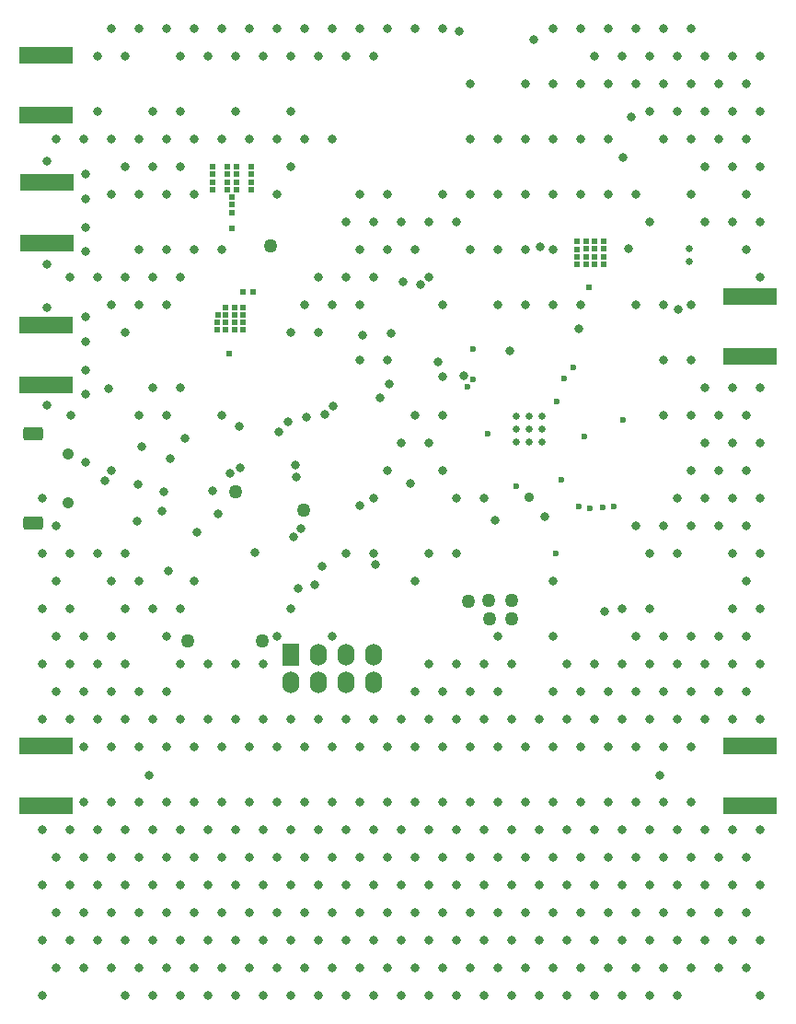
<source format=gbs>
G04*
G04 #@! TF.GenerationSoftware,Altium Limited,Altium Designer,20.2.4 (192)*
G04*
G04 Layer_Color=16711935*
%FSLAX25Y25*%
%MOIN*%
G70*
G04*
G04 #@! TF.SameCoordinates,2E8E0BC3-B8D5-4E9D-ADAA-81CF339668D3*
G04*
G04*
G04 #@! TF.FilePolarity,Negative*
G04*
G01*
G75*
%ADD62R,0.19685X0.06299*%
G04:AMPARAMS|DCode=69|XSize=74.8mil|YSize=49.21mil|CornerRadius=12.3mil|HoleSize=0mil|Usage=FLASHONLY|Rotation=0.000|XOffset=0mil|YOffset=0mil|HoleType=Round|Shape=RoundedRectangle|*
%AMROUNDEDRECTD69*
21,1,0.07480,0.02461,0,0,0.0*
21,1,0.05020,0.04921,0,0,0.0*
1,1,0.02461,0.02510,-0.01230*
1,1,0.02461,-0.02510,-0.01230*
1,1,0.02461,-0.02510,0.01230*
1,1,0.02461,0.02510,0.01230*
%
%ADD69ROUNDEDRECTD69*%
%ADD70C,0.04134*%
%ADD71R,0.06000X0.08000*%
%ADD72O,0.06000X0.08000*%
%ADD73C,0.02400*%
%ADD74C,0.03150*%
%ADD75C,0.05000*%
%ADD76C,0.02362*%
%ADD77C,0.03556*%
%ADD125C,0.02598*%
D62*
X265118Y87520D02*
D03*
Y109331D02*
D03*
X10079Y261693D02*
D03*
Y239882D02*
D03*
X10258Y313126D02*
D03*
Y291315D02*
D03*
X265118Y250118D02*
D03*
Y271929D02*
D03*
X10079Y359269D02*
D03*
Y337458D02*
D03*
Y109331D02*
D03*
Y87520D02*
D03*
D69*
X5474Y189883D02*
D03*
Y222087D02*
D03*
D70*
X17994Y214745D02*
D03*
X17994Y197225D02*
D03*
D71*
X98779Y142358D02*
D03*
D72*
Y132358D02*
D03*
X108780Y142358D02*
D03*
Y132358D02*
D03*
X118780Y142358D02*
D03*
Y132358D02*
D03*
X128779Y142358D02*
D03*
Y132358D02*
D03*
D73*
X206835Y275208D02*
D03*
X202512Y291886D02*
D03*
X205660Y286375D02*
D03*
X208809D02*
D03*
Y283619D02*
D03*
X205660D02*
D03*
Y289131D02*
D03*
X208809D02*
D03*
Y291886D02*
D03*
X202510Y283619D02*
D03*
Y286375D02*
D03*
X205660Y291886D02*
D03*
X202512Y288963D02*
D03*
X211959Y291886D02*
D03*
Y286375D02*
D03*
Y289131D02*
D03*
Y283619D02*
D03*
X85039Y273720D02*
D03*
X81496D02*
D03*
X76378Y251218D02*
D03*
X81496Y259782D02*
D03*
Y265293D02*
D03*
Y262537D02*
D03*
Y268048D02*
D03*
X72215Y265126D02*
D03*
X75197Y268048D02*
D03*
X72047Y262537D02*
D03*
Y259782D02*
D03*
X78347Y268048D02*
D03*
Y265293D02*
D03*
X75197D02*
D03*
Y259782D02*
D03*
X78347D02*
D03*
Y262537D02*
D03*
X75197D02*
D03*
X77362Y296457D02*
D03*
X77362Y305118D02*
D03*
Y302362D02*
D03*
Y307874D02*
D03*
X84350Y318896D02*
D03*
Y316142D02*
D03*
Y310630D02*
D03*
Y313386D02*
D03*
X70276Y318896D02*
D03*
Y316142D02*
D03*
Y310630D02*
D03*
Y313386D02*
D03*
X75732D02*
D03*
X79150D02*
D03*
Y310630D02*
D03*
X75732D02*
D03*
Y316142D02*
D03*
X79150D02*
D03*
Y318896D02*
D03*
X75732D02*
D03*
D74*
X19089Y228948D02*
D03*
X24409Y245215D02*
D03*
Y255451D02*
D03*
Y236706D02*
D03*
X10214Y232710D02*
D03*
X24409Y264506D02*
D03*
X10214Y268048D02*
D03*
X10258Y320866D02*
D03*
X24409Y316142D02*
D03*
X10258Y283465D02*
D03*
X24409Y288342D02*
D03*
Y307087D02*
D03*
Y296850D02*
D03*
X268779Y358972D02*
D03*
Y338972D02*
D03*
Y318972D02*
D03*
Y298972D02*
D03*
Y278972D02*
D03*
Y238972D02*
D03*
Y218972D02*
D03*
Y198972D02*
D03*
Y178972D02*
D03*
Y158972D02*
D03*
Y138972D02*
D03*
Y118972D02*
D03*
Y78972D02*
D03*
Y58972D02*
D03*
Y38972D02*
D03*
Y18972D02*
D03*
X258780Y358972D02*
D03*
X263779Y348972D02*
D03*
X258780Y338972D02*
D03*
X263779Y328972D02*
D03*
X258780Y318972D02*
D03*
X263779Y308972D02*
D03*
X258780Y298972D02*
D03*
X263779Y288972D02*
D03*
X258780Y238972D02*
D03*
X263779Y228972D02*
D03*
X258780Y218972D02*
D03*
X263779Y208972D02*
D03*
X258780Y198972D02*
D03*
X263779Y188972D02*
D03*
X258780Y178972D02*
D03*
X263779Y168972D02*
D03*
X258780Y158972D02*
D03*
X263779Y148972D02*
D03*
X258780Y138972D02*
D03*
X263779Y128972D02*
D03*
X258780Y118972D02*
D03*
Y78972D02*
D03*
X263779Y68972D02*
D03*
X258780Y58972D02*
D03*
X263779Y48972D02*
D03*
X258780Y38972D02*
D03*
X263779Y28972D02*
D03*
X248780Y358972D02*
D03*
X253780Y348972D02*
D03*
X248780Y338972D02*
D03*
X253780Y328972D02*
D03*
X248780Y318972D02*
D03*
Y298972D02*
D03*
Y238972D02*
D03*
X253780Y228972D02*
D03*
X248780Y218972D02*
D03*
X253780Y208972D02*
D03*
X248780Y198972D02*
D03*
X253780Y188972D02*
D03*
Y148972D02*
D03*
X248780Y138972D02*
D03*
X253780Y128972D02*
D03*
X248780Y118972D02*
D03*
Y78972D02*
D03*
X253780Y68972D02*
D03*
X248780Y58972D02*
D03*
X253780Y48972D02*
D03*
X248780Y38972D02*
D03*
X253780Y28972D02*
D03*
X243779Y368972D02*
D03*
X238779Y358972D02*
D03*
X243779Y348972D02*
D03*
X238779Y338972D02*
D03*
X243779Y328972D02*
D03*
Y308972D02*
D03*
Y268972D02*
D03*
Y248972D02*
D03*
Y228972D02*
D03*
Y208972D02*
D03*
X238779Y198972D02*
D03*
X243779Y188972D02*
D03*
X238779Y178972D02*
D03*
X243779Y148972D02*
D03*
X238779Y138972D02*
D03*
X243779Y128972D02*
D03*
X238779Y118972D02*
D03*
X243779Y108972D02*
D03*
Y88972D02*
D03*
X238779Y78972D02*
D03*
X243779Y68972D02*
D03*
X238779Y58972D02*
D03*
X243779Y48972D02*
D03*
X238779Y38972D02*
D03*
X243779Y28972D02*
D03*
X238779Y18972D02*
D03*
X233780Y368972D02*
D03*
X228780Y358972D02*
D03*
X233780Y348972D02*
D03*
X228780Y338972D02*
D03*
X233780Y328972D02*
D03*
X228780Y298972D02*
D03*
X233780Y268972D02*
D03*
Y248972D02*
D03*
Y228972D02*
D03*
Y188972D02*
D03*
X228780Y178972D02*
D03*
Y158972D02*
D03*
X233780Y148972D02*
D03*
X228780Y138972D02*
D03*
X233780Y128972D02*
D03*
X228780Y118972D02*
D03*
X233780Y108972D02*
D03*
Y88972D02*
D03*
X228780Y78972D02*
D03*
X233780Y68972D02*
D03*
X228780Y58972D02*
D03*
X233780Y48972D02*
D03*
X228780Y38972D02*
D03*
X233780Y28972D02*
D03*
X228780Y18972D02*
D03*
X223780Y368972D02*
D03*
X218779Y358972D02*
D03*
X223780Y348972D02*
D03*
Y308972D02*
D03*
Y268972D02*
D03*
Y188972D02*
D03*
X218779Y158972D02*
D03*
X223780Y148972D02*
D03*
X218779Y138972D02*
D03*
X223780Y128972D02*
D03*
X218779Y118972D02*
D03*
X223780Y108972D02*
D03*
Y88972D02*
D03*
X218779Y78972D02*
D03*
X223780Y68972D02*
D03*
X218779Y58972D02*
D03*
X223780Y48972D02*
D03*
X218779Y38972D02*
D03*
X223780Y28972D02*
D03*
X218779Y18972D02*
D03*
X213779Y368972D02*
D03*
X208780Y358972D02*
D03*
X213779Y348972D02*
D03*
Y328972D02*
D03*
Y308972D02*
D03*
X208780Y138972D02*
D03*
X213779Y128972D02*
D03*
X208780Y118972D02*
D03*
X213779Y108972D02*
D03*
Y88972D02*
D03*
X208780Y78972D02*
D03*
X213779Y68972D02*
D03*
X208780Y58972D02*
D03*
X213779Y48972D02*
D03*
X208780Y38972D02*
D03*
X213779Y28972D02*
D03*
X208780Y18972D02*
D03*
X203780Y368972D02*
D03*
Y348972D02*
D03*
Y328972D02*
D03*
Y308972D02*
D03*
Y268972D02*
D03*
X198779Y138972D02*
D03*
X203780Y128972D02*
D03*
X198779Y118972D02*
D03*
X203780Y108972D02*
D03*
Y88972D02*
D03*
X198779Y78972D02*
D03*
X203780Y68972D02*
D03*
X198779Y58972D02*
D03*
X203780Y48972D02*
D03*
X198779Y38972D02*
D03*
X203780Y28972D02*
D03*
X198779Y18972D02*
D03*
X193780Y368972D02*
D03*
Y348972D02*
D03*
Y328972D02*
D03*
Y308972D02*
D03*
Y288972D02*
D03*
Y268972D02*
D03*
Y168972D02*
D03*
Y148972D02*
D03*
Y128972D02*
D03*
X188779Y118972D02*
D03*
X193780Y108972D02*
D03*
Y88972D02*
D03*
X188779Y78972D02*
D03*
X193780Y68972D02*
D03*
X188779Y58972D02*
D03*
X193780Y48972D02*
D03*
X188779Y38972D02*
D03*
X193780Y28972D02*
D03*
X188779Y18972D02*
D03*
X183780Y348972D02*
D03*
Y328972D02*
D03*
Y308972D02*
D03*
Y288972D02*
D03*
Y268972D02*
D03*
X178779Y138972D02*
D03*
Y118972D02*
D03*
X183780Y108972D02*
D03*
Y88972D02*
D03*
X178779Y78972D02*
D03*
X183780Y68972D02*
D03*
X178779Y58972D02*
D03*
X183780Y48972D02*
D03*
X178779Y38972D02*
D03*
X183780Y28972D02*
D03*
X178779Y18972D02*
D03*
X173779Y328972D02*
D03*
Y308972D02*
D03*
Y288972D02*
D03*
Y268972D02*
D03*
X168780Y198972D02*
D03*
X173779Y148972D02*
D03*
X168780Y138972D02*
D03*
X173779Y128972D02*
D03*
X168780Y118972D02*
D03*
X173779Y108972D02*
D03*
Y88972D02*
D03*
X168780Y78972D02*
D03*
X173779Y68972D02*
D03*
X168780Y58972D02*
D03*
X173779Y48972D02*
D03*
X168780Y38972D02*
D03*
X173779Y28972D02*
D03*
X168780Y18972D02*
D03*
X163779Y348972D02*
D03*
Y328972D02*
D03*
Y308972D02*
D03*
X158780Y298972D02*
D03*
X163779Y288972D02*
D03*
X158780Y198972D02*
D03*
Y178972D02*
D03*
Y138972D02*
D03*
X163779Y128972D02*
D03*
X158780Y118972D02*
D03*
X163779Y108972D02*
D03*
Y88972D02*
D03*
X158780Y78972D02*
D03*
X163779Y68972D02*
D03*
X158780Y58972D02*
D03*
X163779Y48972D02*
D03*
X158780Y38972D02*
D03*
X163779Y28972D02*
D03*
X158780Y18972D02*
D03*
X153779Y368972D02*
D03*
Y308972D02*
D03*
X148779Y298972D02*
D03*
Y278972D02*
D03*
X153779Y268972D02*
D03*
Y228972D02*
D03*
X148779Y218972D02*
D03*
X153779Y208972D02*
D03*
X148779Y178972D02*
D03*
Y138972D02*
D03*
X153779Y128972D02*
D03*
X148779Y118972D02*
D03*
X153779Y108972D02*
D03*
Y88972D02*
D03*
X148779Y78972D02*
D03*
X153779Y68972D02*
D03*
X148779Y58972D02*
D03*
X153779Y48972D02*
D03*
X148779Y38972D02*
D03*
X153779Y28972D02*
D03*
X148779Y18972D02*
D03*
X143780Y368972D02*
D03*
X138779Y298972D02*
D03*
X143780Y288972D02*
D03*
Y228972D02*
D03*
X138779Y218972D02*
D03*
X143780Y168972D02*
D03*
Y128972D02*
D03*
X138779Y118972D02*
D03*
X143780Y108972D02*
D03*
Y88972D02*
D03*
X138779Y78972D02*
D03*
X143780Y68972D02*
D03*
X138779Y58972D02*
D03*
X143780Y48972D02*
D03*
X138779Y38972D02*
D03*
X143780Y28972D02*
D03*
X138779Y18972D02*
D03*
X133780Y368972D02*
D03*
X128779Y358972D02*
D03*
X133780Y308972D02*
D03*
X128779Y298972D02*
D03*
X133780Y288972D02*
D03*
X128779Y278972D02*
D03*
X133780Y248972D02*
D03*
Y208972D02*
D03*
X128779Y198972D02*
D03*
Y178972D02*
D03*
Y118972D02*
D03*
X133780Y108972D02*
D03*
Y88972D02*
D03*
X128779Y78972D02*
D03*
X133780Y68972D02*
D03*
X128779Y58972D02*
D03*
X133780Y48972D02*
D03*
X128779Y38972D02*
D03*
X133780Y28972D02*
D03*
X128779Y18972D02*
D03*
X123779Y368972D02*
D03*
X118780Y358972D02*
D03*
X123779Y308972D02*
D03*
X118780Y298972D02*
D03*
X123779Y288972D02*
D03*
X118780Y278972D02*
D03*
X123779Y268972D02*
D03*
Y248972D02*
D03*
X118780Y178972D02*
D03*
Y118972D02*
D03*
X123779Y108972D02*
D03*
Y88972D02*
D03*
X118780Y78972D02*
D03*
X123779Y68972D02*
D03*
X118780Y58972D02*
D03*
X123779Y48972D02*
D03*
X118780Y38972D02*
D03*
X123779Y28972D02*
D03*
X118780Y18972D02*
D03*
X113779Y368972D02*
D03*
X108780Y358972D02*
D03*
X113779Y328972D02*
D03*
X108780Y278972D02*
D03*
X113779Y268972D02*
D03*
X108780Y258972D02*
D03*
X113779Y148972D02*
D03*
X108780Y118972D02*
D03*
X113779Y108972D02*
D03*
Y88972D02*
D03*
X108780Y78972D02*
D03*
X113779Y68972D02*
D03*
X108780Y58972D02*
D03*
X113779Y48972D02*
D03*
X108780Y38972D02*
D03*
X113779Y28972D02*
D03*
X108780Y18972D02*
D03*
X103779Y368972D02*
D03*
X98779Y358972D02*
D03*
Y338972D02*
D03*
X103779Y328972D02*
D03*
X98779Y318972D02*
D03*
X103779Y268972D02*
D03*
X98779Y258972D02*
D03*
Y158972D02*
D03*
Y118972D02*
D03*
X103779Y108972D02*
D03*
Y88972D02*
D03*
X98779Y78972D02*
D03*
X103779Y68972D02*
D03*
X98779Y58972D02*
D03*
X103779Y48972D02*
D03*
X98779Y38972D02*
D03*
X103779Y28972D02*
D03*
X98779Y18972D02*
D03*
X93779Y368972D02*
D03*
X88779Y358972D02*
D03*
X93779Y328972D02*
D03*
Y308972D02*
D03*
Y148972D02*
D03*
X88779Y138972D02*
D03*
Y118972D02*
D03*
X93779Y108972D02*
D03*
Y88972D02*
D03*
X88779Y78972D02*
D03*
X93779Y68972D02*
D03*
X88779Y58972D02*
D03*
X93779Y48972D02*
D03*
X88779Y38972D02*
D03*
X93779Y28972D02*
D03*
X88779Y18972D02*
D03*
X83780Y368972D02*
D03*
X78780Y358972D02*
D03*
Y338972D02*
D03*
X83780Y328972D02*
D03*
X78780Y138972D02*
D03*
Y118972D02*
D03*
X83780Y108972D02*
D03*
Y88972D02*
D03*
X78780Y78972D02*
D03*
X83780Y68972D02*
D03*
X78780Y58972D02*
D03*
X83780Y48972D02*
D03*
X78780Y38972D02*
D03*
X83780Y28972D02*
D03*
X78780Y18972D02*
D03*
X73779Y368972D02*
D03*
X68779Y358972D02*
D03*
X73779Y328972D02*
D03*
Y288972D02*
D03*
Y228972D02*
D03*
X68779Y138972D02*
D03*
Y118972D02*
D03*
X73779Y108972D02*
D03*
Y88972D02*
D03*
X68779Y78972D02*
D03*
X73779Y68972D02*
D03*
X68779Y58972D02*
D03*
X73779Y48972D02*
D03*
X68779Y38972D02*
D03*
X73779Y28972D02*
D03*
X68779Y18972D02*
D03*
X63779Y368972D02*
D03*
X58780Y358972D02*
D03*
Y338972D02*
D03*
X63779Y328972D02*
D03*
X58780Y318972D02*
D03*
X63779Y308972D02*
D03*
Y288972D02*
D03*
X58780Y278972D02*
D03*
Y238972D02*
D03*
X63779Y168972D02*
D03*
X58780Y158972D02*
D03*
Y138972D02*
D03*
Y118972D02*
D03*
X63779Y108972D02*
D03*
Y88972D02*
D03*
X58780Y78972D02*
D03*
X63779Y68972D02*
D03*
X58780Y58972D02*
D03*
X63779Y48972D02*
D03*
X58780Y38972D02*
D03*
X63779Y28972D02*
D03*
X58780Y18972D02*
D03*
X53780Y368972D02*
D03*
X48779Y338972D02*
D03*
X53780Y328972D02*
D03*
X48779Y318972D02*
D03*
X53780Y308972D02*
D03*
Y288972D02*
D03*
X48779Y278972D02*
D03*
X53780Y268972D02*
D03*
X48779Y238972D02*
D03*
X53780Y228972D02*
D03*
X48779Y158972D02*
D03*
X53780Y148972D02*
D03*
Y128972D02*
D03*
X48779Y118972D02*
D03*
X53780Y108972D02*
D03*
Y88972D02*
D03*
X48779Y78972D02*
D03*
X53780Y68972D02*
D03*
X48779Y58972D02*
D03*
X53780Y48972D02*
D03*
X48779Y38972D02*
D03*
X53780Y28972D02*
D03*
X48779Y18972D02*
D03*
X43780Y368972D02*
D03*
X38780Y358972D02*
D03*
X43780Y328972D02*
D03*
X38780Y318972D02*
D03*
X43780Y308972D02*
D03*
Y288972D02*
D03*
X38780Y278972D02*
D03*
X43780Y268972D02*
D03*
X38780Y258972D02*
D03*
X43780Y228972D02*
D03*
X38780Y178972D02*
D03*
X43780Y168972D02*
D03*
X38780Y158972D02*
D03*
Y138972D02*
D03*
X43780Y128972D02*
D03*
X38780Y118972D02*
D03*
X43780Y108972D02*
D03*
Y88972D02*
D03*
X38780Y78972D02*
D03*
X43780Y68972D02*
D03*
X38780Y58972D02*
D03*
X43780Y48972D02*
D03*
X38780Y38972D02*
D03*
X43780Y28972D02*
D03*
X38780Y18972D02*
D03*
X33779Y368972D02*
D03*
X28780Y358972D02*
D03*
Y338972D02*
D03*
X33779Y328972D02*
D03*
Y308972D02*
D03*
X28780Y278972D02*
D03*
X33779Y268972D02*
D03*
Y208972D02*
D03*
X28780Y178972D02*
D03*
X33779Y168972D02*
D03*
Y148972D02*
D03*
X28780Y138972D02*
D03*
X33779Y128972D02*
D03*
X28780Y118972D02*
D03*
X33779Y108972D02*
D03*
Y88972D02*
D03*
X28780Y78972D02*
D03*
X33779Y68972D02*
D03*
X28780Y58972D02*
D03*
X33779Y48972D02*
D03*
X28780Y38972D02*
D03*
X33779Y28972D02*
D03*
X23779Y328972D02*
D03*
X18779Y278972D02*
D03*
Y178972D02*
D03*
Y158972D02*
D03*
X23779Y148972D02*
D03*
X18779Y138972D02*
D03*
X23779Y128972D02*
D03*
X18779Y118972D02*
D03*
X23779Y108972D02*
D03*
Y88972D02*
D03*
X18779Y78972D02*
D03*
X23779Y68972D02*
D03*
X18779Y58972D02*
D03*
X23779Y48972D02*
D03*
X18779Y38972D02*
D03*
X23779Y28972D02*
D03*
X13780Y328972D02*
D03*
X8779Y198972D02*
D03*
X13780Y188972D02*
D03*
X8779Y178972D02*
D03*
X13780Y168972D02*
D03*
X8779Y158972D02*
D03*
X13780Y148972D02*
D03*
X8779Y138972D02*
D03*
X13780Y128972D02*
D03*
X8779Y118972D02*
D03*
Y78972D02*
D03*
X13780Y68972D02*
D03*
X8779Y58972D02*
D03*
X13780Y48972D02*
D03*
X8779Y38972D02*
D03*
X13780Y28972D02*
D03*
X8779Y18972D02*
D03*
X32787Y238453D02*
D03*
X159843Y368010D02*
D03*
X222133Y336933D02*
D03*
X186811Y364917D02*
D03*
X232283Y98425D02*
D03*
X47244D02*
D03*
X220926Y289327D02*
D03*
X188959Y289917D02*
D03*
X218898Y322397D02*
D03*
X239173Y267279D02*
D03*
X99606Y184996D02*
D03*
X135039Y258618D02*
D03*
X202953Y260092D02*
D03*
X145669Y276193D02*
D03*
X139357Y277269D02*
D03*
X177953Y252122D02*
D03*
X131102Y235193D02*
D03*
X134252Y240114D02*
D03*
X190551Y192082D02*
D03*
X79866Y224877D02*
D03*
X153543Y243035D02*
D03*
X161221Y243225D02*
D03*
X124748Y258027D02*
D03*
X94276Y222971D02*
D03*
X54921Y213244D02*
D03*
X60236Y220626D02*
D03*
X151968Y248381D02*
D03*
X142126Y204236D02*
D03*
X110925Y229090D02*
D03*
X104331Y228106D02*
D03*
X114173Y232240D02*
D03*
X43385Y203958D02*
D03*
X101378Y166098D02*
D03*
X107205Y167476D02*
D03*
X52756Y201137D02*
D03*
X212332Y158022D02*
D03*
X100591Y206452D02*
D03*
X85826Y179090D02*
D03*
X129528Y174957D02*
D03*
X100394Y210752D02*
D03*
X123819Y196332D02*
D03*
X110157Y174169D02*
D03*
X102362Y187752D02*
D03*
X80315Y209799D02*
D03*
X76575Y207905D02*
D03*
X54331Y172594D02*
D03*
X72441Y193067D02*
D03*
X64567Y186571D02*
D03*
X51968Y194248D02*
D03*
X70472Y201492D02*
D03*
X97638Y226531D02*
D03*
X31496Y205075D02*
D03*
X44685Y217476D02*
D03*
X24409Y211767D02*
D03*
X42913Y190508D02*
D03*
X172638Y190901D02*
D03*
D75*
X61456Y147382D02*
D03*
X91339Y290311D02*
D03*
X162992Y161571D02*
D03*
X178543Y155271D02*
D03*
X170669D02*
D03*
X103362Y194658D02*
D03*
X78716Y201334D02*
D03*
X178543Y161964D02*
D03*
X170473D02*
D03*
X88386Y147382D02*
D03*
D76*
X194685Y179007D02*
D03*
X164567Y252770D02*
D03*
X164732Y241917D02*
D03*
X218898Y227319D02*
D03*
X194980Y233815D02*
D03*
X207087Y195232D02*
D03*
X202953Y195823D02*
D03*
X211559Y195626D02*
D03*
X215748Y196019D02*
D03*
X162598Y239327D02*
D03*
X196795Y205523D02*
D03*
X180260Y203075D02*
D03*
X204866Y221382D02*
D03*
X200929Y246185D02*
D03*
X197583Y242105D02*
D03*
X170024Y222169D02*
D03*
D77*
X185039Y199366D02*
D03*
D125*
X243110Y289327D02*
D03*
Y284602D02*
D03*
X180315Y228697D02*
D03*
X185039D02*
D03*
X189764D02*
D03*
X180315Y223972D02*
D03*
X185039D02*
D03*
X189764D02*
D03*
X180315Y219248D02*
D03*
X185039D02*
D03*
X189764D02*
D03*
M02*

</source>
